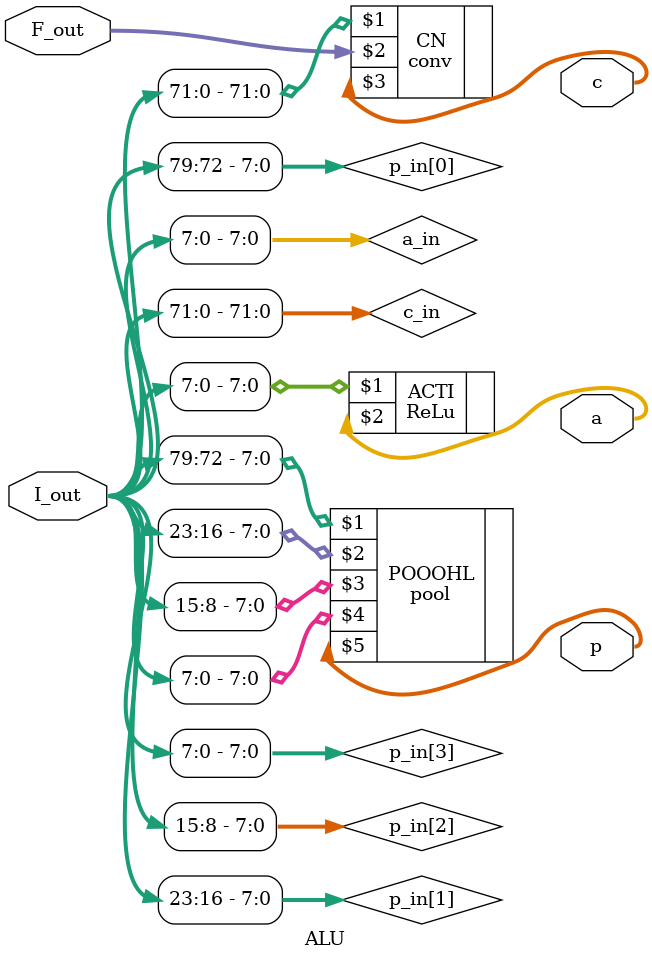
<source format=v>

`timescale 1ns / 1ps

module ALU (I_out, F_out, c, a, p);
	
	parameter N = 8;							// Data Width
	parameter M_AW = 10;						// Address Width -> Image memory
	parameter F_AW = 3;						// Address Width -> Filter memory
	parameter FIL = 3;
	parameter IMG = 28;
	parameter IOUT = 10*N;
	parameter FOUT = 9*N;
	
	input [IOUT-1:0] I_out;
	input [FOUT-1:0] F_out;
	output [N-1:0] c, a, p;
	//assign c = 0;
	
	wire [FOUT-1:0] c_in = I_out[FOUT-1:0];
	wire [N-1:0] a_in = I_out[0*N +: N];
	wire [N-1:0] p_in [3:0];
	assign p_in[0] = I_out[9*N +: N];
	assign p_in[1] = I_out[2*N +: N];
	assign p_in[2] = I_out[1*N +: N];
	assign p_in[3] = I_out[0*N +: N];
	
	conv CN (c_in, F_out, c);
	
	ReLu ACTI(a_in, a);
	
	pool POOOHL(p_in[0], p_in[1], p_in[2], p_in[3], p);
	
endmodule



</source>
